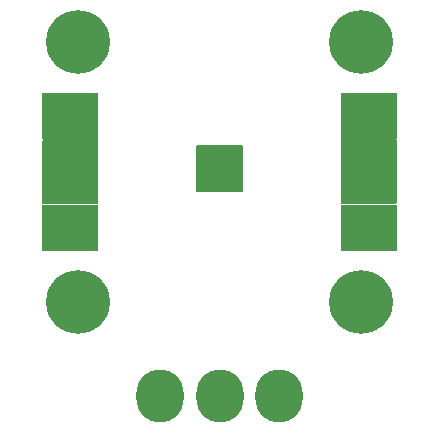
<source format=gbr>
%TF.GenerationSoftware,KiCad,Pcbnew,(6.0.5)*%
%TF.CreationDate,2025-03-15T15:53:08+01:00*%
%TF.ProjectId,PMA5-123-3W,504d4135-2d31-4323-932d-33572e6b6963,rev?*%
%TF.SameCoordinates,Original*%
%TF.FileFunction,Soldermask,Bot*%
%TF.FilePolarity,Negative*%
%FSLAX46Y46*%
G04 Gerber Fmt 4.6, Leading zero omitted, Abs format (unit mm)*
G04 Created by KiCad (PCBNEW (6.0.5)) date 2025-03-15 15:53:08*
%MOMM*%
%LPD*%
G01*
G04 APERTURE LIST*
%ADD10R,4.700000X4.000000*%
%ADD11C,0.800000*%
%ADD12C,5.400000*%
%ADD13O,4.000000X4.500000*%
G04 APERTURE END LIST*
D10*
%TO.C,J3*%
X183640000Y-55750000D03*
X183640000Y-46250000D03*
%TD*%
D11*
%TO.C,H5*%
X157568109Y-60568109D03*
X161025000Y-62000000D03*
X159000000Y-64025000D03*
X160431891Y-63431891D03*
X159000000Y-59975000D03*
X156975000Y-62000000D03*
X160431891Y-60568109D03*
X157568109Y-63431891D03*
D12*
X159000000Y-62000000D03*
%TD*%
D11*
%TO.C,H1*%
X183000000Y-37975000D03*
X184431891Y-41431891D03*
X184431891Y-38568109D03*
X181568109Y-41431891D03*
X180975000Y-40000000D03*
X183000000Y-42025000D03*
X185025000Y-40000000D03*
D12*
X183000000Y-40000000D03*
D11*
X181568109Y-38568109D03*
%TD*%
%TO.C,H4*%
X160431891Y-38568109D03*
X160431891Y-41431891D03*
X159000000Y-42025000D03*
X157568109Y-38568109D03*
X161025000Y-40000000D03*
X159000000Y-37975000D03*
X157568109Y-41431891D03*
X156975000Y-40000000D03*
D12*
X159000000Y-40000000D03*
%TD*%
D13*
%TO.C,J1*%
X176000000Y-70000000D03*
X171000000Y-70000000D03*
X166000000Y-70000000D03*
%TD*%
D10*
%TO.C,J5*%
X158360000Y-55750000D03*
X158360000Y-46250000D03*
%TD*%
D11*
%TO.C,H6*%
X181568109Y-63431891D03*
X181568109Y-60568109D03*
X183000000Y-64025000D03*
X184431891Y-63431891D03*
X183000000Y-59975000D03*
X180975000Y-62000000D03*
X184431891Y-60568109D03*
X185025000Y-62000000D03*
D12*
X183000000Y-62000000D03*
%TD*%
G36*
X172942121Y-48770002D02*
G01*
X172988614Y-48823658D01*
X173000000Y-48876000D01*
X173000000Y-52624000D01*
X172979998Y-52692121D01*
X172926342Y-52738614D01*
X172874000Y-52750000D01*
X169126000Y-52750000D01*
X169057879Y-52729998D01*
X169011386Y-52676342D01*
X169000000Y-52624000D01*
X169000000Y-48876000D01*
X169020002Y-48807879D01*
X169073658Y-48761386D01*
X169126000Y-48750000D01*
X172874000Y-48750000D01*
X172942121Y-48770002D01*
G37*
G36*
X185942121Y-48270002D02*
G01*
X185988614Y-48323658D01*
X186000000Y-48376000D01*
X186000000Y-53624000D01*
X185979998Y-53692121D01*
X185926342Y-53738614D01*
X185874000Y-53750000D01*
X181376000Y-53750000D01*
X181307879Y-53729998D01*
X181261386Y-53676342D01*
X181250000Y-53624000D01*
X181250000Y-48376000D01*
X181270002Y-48307879D01*
X181323658Y-48261386D01*
X181376000Y-48250000D01*
X185874000Y-48250000D01*
X185942121Y-48270002D01*
G37*
G36*
X160692121Y-48270002D02*
G01*
X160738614Y-48323658D01*
X160750000Y-48376000D01*
X160750000Y-53624000D01*
X160729998Y-53692121D01*
X160676342Y-53738614D01*
X160624000Y-53750000D01*
X156126000Y-53750000D01*
X156057879Y-53729998D01*
X156011386Y-53676342D01*
X156000000Y-53624000D01*
X156000000Y-48376000D01*
X156020002Y-48307879D01*
X156073658Y-48261386D01*
X156126000Y-48250000D01*
X160624000Y-48250000D01*
X160692121Y-48270002D01*
G37*
M02*

</source>
